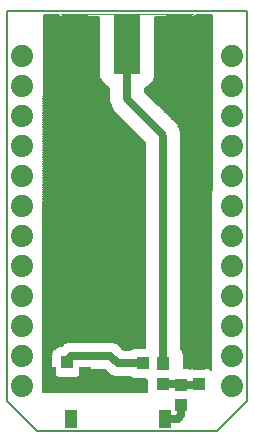
<source format=gtl>
G75*
G70*
%OFA0B0*%
%FSLAX24Y24*%
%IPPOS*%
%LPD*%
%AMOC8*
5,1,8,0,0,1.08239X$1,22.5*
%
%ADD10C,0.0080*%
%ADD11C,0.0740*%
%ADD12R,0.0394X0.0433*%
%ADD13R,0.0413X0.0866*%
%ADD14R,0.0394X0.0413*%
%ADD15R,0.0433X0.0394*%
%ADD16R,0.0394X0.0591*%
%ADD17C,0.0000*%
%ADD18R,0.0900X0.2000*%
%ADD19C,0.0278*%
%ADD20C,0.0060*%
%ADD21C,0.0250*%
D10*
X000987Y001333D02*
X001987Y000333D01*
X007987Y000333D01*
X008987Y001333D01*
X008987Y014333D01*
X000987Y014333D01*
X000987Y001333D01*
D11*
X001487Y001833D03*
X001487Y002833D03*
X001487Y003833D03*
X001487Y004833D03*
X001487Y005833D03*
X001487Y006833D03*
X001487Y007833D03*
X001487Y008833D03*
X001487Y009833D03*
X001487Y010833D03*
X001487Y011833D03*
X001487Y012833D03*
X008487Y012833D03*
X008487Y011833D03*
X008487Y010833D03*
X008487Y009833D03*
X008487Y008833D03*
X008487Y007833D03*
X008487Y006833D03*
X008487Y005833D03*
X008487Y004833D03*
X008487Y003833D03*
X008487Y002833D03*
X008487Y001833D03*
D12*
X007387Y001898D03*
X007387Y002568D03*
X006787Y001888D03*
X006787Y001218D03*
X006187Y001898D03*
X006187Y002568D03*
D13*
X003567Y002033D03*
X002406Y002033D03*
D14*
X002987Y002634D03*
D15*
X005512Y002593D03*
X006181Y002593D03*
D16*
X006261Y000733D03*
X003112Y000733D03*
D17*
X002787Y014243D02*
X007187Y014243D01*
D18*
X006727Y013233D03*
X004987Y013233D03*
X003247Y013233D03*
D19*
X003987Y011833D03*
X004437Y010833D03*
X005187Y009833D03*
X005187Y008833D03*
X005187Y007833D03*
X005187Y006833D03*
X005187Y005833D03*
X005187Y004833D03*
X005187Y003833D03*
X005487Y001833D03*
X004537Y001833D03*
X003587Y001833D03*
X003817Y003633D03*
X002437Y003833D03*
X002307Y003013D03*
X002387Y001833D03*
X002437Y004833D03*
X002437Y005833D03*
X002437Y006833D03*
X002437Y007833D03*
X002437Y008833D03*
X002437Y009833D03*
X002437Y010833D03*
X002437Y011833D03*
X002437Y012833D03*
X002437Y013833D03*
X005987Y011833D03*
X006887Y010833D03*
X007087Y009833D03*
X007537Y009833D03*
X007537Y010833D03*
X007537Y011833D03*
X007537Y012833D03*
X007537Y013833D03*
X007537Y008833D03*
X007087Y008833D03*
X007087Y007833D03*
X007537Y007833D03*
X007537Y006833D03*
X007087Y006833D03*
X007087Y005833D03*
X007537Y005833D03*
X007537Y004833D03*
X007087Y004833D03*
X007087Y003833D03*
X007327Y003133D03*
X007537Y003833D03*
D20*
X007788Y003849D02*
X006792Y003849D01*
X006792Y003907D02*
X007788Y003907D01*
X007789Y003966D02*
X006792Y003966D01*
X006792Y004024D02*
X007789Y004024D01*
X007789Y004083D02*
X006792Y004083D01*
X006792Y004141D02*
X007789Y004141D01*
X007789Y004200D02*
X006792Y004200D01*
X006792Y004258D02*
X007789Y004258D01*
X007789Y004317D02*
X006792Y004317D01*
X006792Y004375D02*
X007789Y004375D01*
X007789Y004434D02*
X006792Y004434D01*
X006792Y004492D02*
X007789Y004492D01*
X007789Y004551D02*
X006792Y004551D01*
X006792Y004609D02*
X007789Y004609D01*
X007789Y004668D02*
X006792Y004668D01*
X006792Y004726D02*
X007789Y004726D01*
X007789Y004785D02*
X006792Y004785D01*
X006792Y004843D02*
X007789Y004843D01*
X007789Y004902D02*
X006792Y004902D01*
X006792Y004960D02*
X007789Y004960D01*
X007789Y005019D02*
X006792Y005019D01*
X006792Y005077D02*
X007789Y005077D01*
X007789Y005136D02*
X006792Y005136D01*
X006792Y005194D02*
X007789Y005194D01*
X007790Y005253D02*
X006792Y005253D01*
X006792Y005311D02*
X007790Y005311D01*
X007790Y005370D02*
X006792Y005370D01*
X006792Y005428D02*
X007790Y005428D01*
X007790Y005487D02*
X006792Y005487D01*
X006792Y005545D02*
X007790Y005545D01*
X007790Y005604D02*
X006792Y005604D01*
X006792Y005662D02*
X007790Y005662D01*
X007790Y005721D02*
X006792Y005721D01*
X006792Y005779D02*
X007790Y005779D01*
X007790Y005838D02*
X006792Y005838D01*
X006792Y005896D02*
X007790Y005896D01*
X007790Y005955D02*
X006792Y005955D01*
X006792Y006013D02*
X007790Y006013D01*
X007790Y006072D02*
X006792Y006072D01*
X006792Y006130D02*
X007790Y006130D01*
X007790Y006189D02*
X006792Y006189D01*
X006792Y006247D02*
X007790Y006247D01*
X007790Y006306D02*
X006792Y006306D01*
X006792Y006364D02*
X007790Y006364D01*
X007790Y006423D02*
X006792Y006423D01*
X006792Y006481D02*
X007790Y006481D01*
X007791Y006540D02*
X006792Y006540D01*
X006792Y006598D02*
X007791Y006598D01*
X007791Y006657D02*
X006792Y006657D01*
X006792Y006715D02*
X007791Y006715D01*
X007791Y006774D02*
X006792Y006774D01*
X006792Y006832D02*
X007791Y006832D01*
X007791Y006891D02*
X006792Y006891D01*
X006792Y006949D02*
X007791Y006949D01*
X007791Y007008D02*
X006792Y007008D01*
X006792Y007066D02*
X007791Y007066D01*
X007791Y007125D02*
X006792Y007125D01*
X006792Y007183D02*
X007791Y007183D01*
X007791Y007242D02*
X006792Y007242D01*
X006792Y007300D02*
X007791Y007300D01*
X007791Y007359D02*
X006792Y007359D01*
X006792Y007417D02*
X007791Y007417D01*
X007791Y007476D02*
X006792Y007476D01*
X006792Y007534D02*
X007791Y007534D01*
X007791Y007593D02*
X006792Y007593D01*
X006792Y007651D02*
X007791Y007651D01*
X007791Y007710D02*
X006792Y007710D01*
X006792Y007768D02*
X007792Y007768D01*
X007792Y007827D02*
X006792Y007827D01*
X006792Y007885D02*
X007792Y007885D01*
X007792Y007944D02*
X006792Y007944D01*
X006792Y008002D02*
X007792Y008002D01*
X007792Y008061D02*
X006792Y008061D01*
X006792Y008119D02*
X007792Y008119D01*
X007792Y008178D02*
X006792Y008178D01*
X006792Y008236D02*
X007792Y008236D01*
X007792Y008295D02*
X006792Y008295D01*
X006792Y008353D02*
X007792Y008353D01*
X007792Y008412D02*
X006792Y008412D01*
X006792Y008470D02*
X007792Y008470D01*
X007792Y008529D02*
X006792Y008529D01*
X006792Y008587D02*
X007792Y008587D01*
X007792Y008646D02*
X006792Y008646D01*
X006792Y008704D02*
X007792Y008704D01*
X007792Y008763D02*
X006792Y008763D01*
X006792Y008821D02*
X007792Y008821D01*
X007792Y008880D02*
X006792Y008880D01*
X006792Y008938D02*
X007792Y008938D01*
X007792Y008997D02*
X006792Y008997D01*
X006792Y009055D02*
X007793Y009055D01*
X007793Y009114D02*
X006792Y009114D01*
X006792Y009172D02*
X007793Y009172D01*
X007793Y009231D02*
X006792Y009231D01*
X006792Y009289D02*
X007793Y009289D01*
X007793Y009348D02*
X006792Y009348D01*
X006792Y009406D02*
X007793Y009406D01*
X007793Y009465D02*
X006792Y009465D01*
X006792Y009523D02*
X007793Y009523D01*
X007793Y009582D02*
X006792Y009582D01*
X006792Y009640D02*
X007793Y009640D01*
X007793Y009699D02*
X006792Y009699D01*
X006792Y009757D02*
X007793Y009757D01*
X007793Y009816D02*
X006792Y009816D01*
X006792Y009874D02*
X007793Y009874D01*
X007793Y009933D02*
X006792Y009933D01*
X006792Y009991D02*
X007793Y009991D01*
X007793Y010050D02*
X006792Y010050D01*
X006792Y010108D02*
X007793Y010108D01*
X007793Y010167D02*
X006792Y010167D01*
X006792Y010225D02*
X007793Y010225D01*
X007793Y010284D02*
X006787Y010284D01*
X006790Y010275D02*
X006700Y010494D01*
X006700Y010494D01*
X006663Y010582D01*
X005592Y011654D01*
X005592Y011778D01*
X005709Y011826D01*
X005844Y011961D01*
X005917Y012138D01*
X005917Y014153D01*
X007224Y014153D01*
X007274Y014203D01*
X007797Y014203D01*
X007787Y002378D01*
X007770Y002395D01*
X007649Y002445D01*
X007124Y002445D01*
X007074Y002424D01*
X007049Y002434D01*
X006878Y002434D01*
X006878Y002885D01*
X006805Y003062D01*
X006792Y003075D01*
X006792Y010272D01*
X006790Y010275D01*
X006762Y010342D02*
X007794Y010342D01*
X007794Y010401D02*
X006738Y010401D01*
X006714Y010459D02*
X007794Y010459D01*
X007794Y010518D02*
X006690Y010518D01*
X006666Y010576D02*
X007794Y010576D01*
X007794Y010635D02*
X006611Y010635D01*
X006552Y010693D02*
X007794Y010693D01*
X007794Y010752D02*
X006494Y010752D01*
X006435Y010810D02*
X007794Y010810D01*
X007794Y010869D02*
X006377Y010869D01*
X006318Y010927D02*
X007794Y010927D01*
X007794Y010986D02*
X006260Y010986D01*
X006201Y011044D02*
X007794Y011044D01*
X007794Y011103D02*
X006143Y011103D01*
X006084Y011161D02*
X007794Y011161D01*
X007794Y011220D02*
X006026Y011220D01*
X005967Y011278D02*
X007794Y011278D01*
X007794Y011337D02*
X005909Y011337D01*
X005850Y011395D02*
X007794Y011395D01*
X007794Y011454D02*
X005792Y011454D01*
X005733Y011512D02*
X007794Y011512D01*
X007795Y011571D02*
X005675Y011571D01*
X005616Y011629D02*
X007795Y011629D01*
X007795Y011688D02*
X005592Y011688D01*
X005592Y011746D02*
X007795Y011746D01*
X007795Y011805D02*
X005657Y011805D01*
X005746Y011863D02*
X007795Y011863D01*
X007795Y011922D02*
X005804Y011922D01*
X005851Y011980D02*
X007795Y011980D01*
X007795Y012039D02*
X005876Y012039D01*
X005900Y012097D02*
X007795Y012097D01*
X007795Y012156D02*
X005917Y012156D01*
X005917Y012214D02*
X007795Y012214D01*
X007795Y012273D02*
X005917Y012273D01*
X005917Y012331D02*
X007795Y012331D01*
X007795Y012390D02*
X005917Y012390D01*
X005917Y012448D02*
X007795Y012448D01*
X007795Y012507D02*
X005917Y012507D01*
X005917Y012565D02*
X007795Y012565D01*
X007795Y012624D02*
X005917Y012624D01*
X005917Y012682D02*
X007795Y012682D01*
X007795Y012741D02*
X005917Y012741D01*
X005917Y012799D02*
X007795Y012799D01*
X007796Y012858D02*
X005917Y012858D01*
X005917Y012916D02*
X007796Y012916D01*
X007796Y012975D02*
X005917Y012975D01*
X005917Y013033D02*
X007796Y013033D01*
X007796Y013092D02*
X005917Y013092D01*
X005917Y013150D02*
X007796Y013150D01*
X007796Y013209D02*
X005917Y013209D01*
X005917Y013267D02*
X007796Y013267D01*
X007796Y013326D02*
X005917Y013326D01*
X005917Y013384D02*
X007796Y013384D01*
X007796Y013443D02*
X005917Y013443D01*
X005917Y013501D02*
X007796Y013501D01*
X007796Y013560D02*
X005917Y013560D01*
X005917Y013618D02*
X007796Y013618D01*
X007796Y013677D02*
X005917Y013677D01*
X005917Y013735D02*
X007796Y013735D01*
X007796Y013794D02*
X005917Y013794D01*
X005917Y013852D02*
X007796Y013852D01*
X007796Y013911D02*
X005917Y013911D01*
X005917Y013969D02*
X007796Y013969D01*
X007796Y014028D02*
X005917Y014028D01*
X005917Y014086D02*
X007796Y014086D01*
X007797Y014145D02*
X005917Y014145D01*
X004382Y011778D02*
X004382Y011335D01*
X004474Y011112D01*
X004510Y011024D01*
X004678Y010856D01*
X004681Y010854D01*
X005582Y009952D01*
X005582Y003120D01*
X005230Y003120D01*
X005109Y003070D01*
X005087Y003048D01*
X004865Y003048D01*
X004812Y003101D01*
X004684Y003229D01*
X004517Y003298D01*
X003021Y003298D01*
X002854Y003229D01*
X002796Y003171D01*
X002724Y003171D01*
X002603Y003121D01*
X002510Y003028D01*
X002460Y002907D01*
X002460Y002362D01*
X002510Y002241D01*
X002603Y002148D01*
X002724Y002098D01*
X003249Y002098D01*
X003370Y002148D01*
X003463Y002241D01*
X003514Y002362D01*
X003514Y002388D01*
X004238Y002388D01*
X004419Y002207D01*
X004586Y002138D01*
X005087Y002138D01*
X005109Y002116D01*
X005230Y002066D01*
X005596Y002066D01*
X005660Y002002D01*
X005660Y001633D01*
X002187Y001633D01*
X002197Y014203D01*
X002699Y014203D01*
X002749Y014153D01*
X004057Y014153D01*
X004057Y012138D01*
X004130Y011961D01*
X004265Y011826D01*
X004382Y011778D01*
X004382Y011746D02*
X002195Y011746D01*
X002195Y011688D02*
X004382Y011688D01*
X004382Y011629D02*
X002195Y011629D01*
X002195Y011571D02*
X004382Y011571D01*
X004382Y011512D02*
X002194Y011512D01*
X002194Y011454D02*
X004382Y011454D01*
X004382Y011395D02*
X002194Y011395D01*
X002194Y011337D02*
X004382Y011337D01*
X004405Y011278D02*
X002194Y011278D01*
X002194Y011220D02*
X004429Y011220D01*
X004453Y011161D02*
X002194Y011161D01*
X002194Y011103D02*
X004478Y011103D01*
X004474Y011112D02*
X004474Y011112D01*
X004502Y011044D02*
X002194Y011044D01*
X002194Y010986D02*
X004549Y010986D01*
X004607Y010927D02*
X002194Y010927D01*
X002194Y010869D02*
X004666Y010869D01*
X004724Y010810D02*
X002194Y010810D01*
X002194Y010752D02*
X004783Y010752D01*
X004841Y010693D02*
X002194Y010693D01*
X002194Y010635D02*
X004900Y010635D01*
X004958Y010576D02*
X002194Y010576D01*
X002194Y010518D02*
X005017Y010518D01*
X005075Y010459D02*
X002194Y010459D01*
X002194Y010401D02*
X005134Y010401D01*
X005192Y010342D02*
X002194Y010342D01*
X002193Y010284D02*
X005251Y010284D01*
X005309Y010225D02*
X002193Y010225D01*
X002193Y010167D02*
X005368Y010167D01*
X005426Y010108D02*
X002193Y010108D01*
X002193Y010050D02*
X005485Y010050D01*
X005543Y009991D02*
X002193Y009991D01*
X002193Y009933D02*
X005582Y009933D01*
X005582Y009874D02*
X002193Y009874D01*
X002193Y009816D02*
X005582Y009816D01*
X005582Y009757D02*
X002193Y009757D01*
X002193Y009699D02*
X005582Y009699D01*
X005582Y009640D02*
X002193Y009640D01*
X002193Y009582D02*
X005582Y009582D01*
X005582Y009523D02*
X002193Y009523D01*
X002193Y009465D02*
X005582Y009465D01*
X005582Y009406D02*
X002193Y009406D01*
X002193Y009348D02*
X005582Y009348D01*
X005582Y009289D02*
X002193Y009289D01*
X002193Y009231D02*
X005582Y009231D01*
X005582Y009172D02*
X002193Y009172D01*
X002193Y009114D02*
X005582Y009114D01*
X005582Y009055D02*
X002193Y009055D01*
X002192Y008997D02*
X005582Y008997D01*
X005582Y008938D02*
X002192Y008938D01*
X002192Y008880D02*
X005582Y008880D01*
X005582Y008821D02*
X002192Y008821D01*
X002192Y008763D02*
X005582Y008763D01*
X005582Y008704D02*
X002192Y008704D01*
X002192Y008646D02*
X005582Y008646D01*
X005582Y008587D02*
X002192Y008587D01*
X002192Y008529D02*
X005582Y008529D01*
X005582Y008470D02*
X002192Y008470D01*
X002192Y008412D02*
X005582Y008412D01*
X005582Y008353D02*
X002192Y008353D01*
X002192Y008295D02*
X005582Y008295D01*
X005582Y008236D02*
X002192Y008236D01*
X002192Y008178D02*
X005582Y008178D01*
X005582Y008119D02*
X002192Y008119D01*
X002192Y008061D02*
X005582Y008061D01*
X005582Y008002D02*
X002192Y008002D01*
X002192Y007944D02*
X005582Y007944D01*
X005582Y007885D02*
X002192Y007885D01*
X002192Y007827D02*
X005582Y007827D01*
X005582Y007768D02*
X002192Y007768D01*
X002191Y007710D02*
X005582Y007710D01*
X005582Y007651D02*
X002191Y007651D01*
X002191Y007593D02*
X005582Y007593D01*
X005582Y007534D02*
X002191Y007534D01*
X002191Y007476D02*
X005582Y007476D01*
X005582Y007417D02*
X002191Y007417D01*
X002191Y007359D02*
X005582Y007359D01*
X005582Y007300D02*
X002191Y007300D01*
X002191Y007242D02*
X005582Y007242D01*
X005582Y007183D02*
X002191Y007183D01*
X002191Y007125D02*
X005582Y007125D01*
X005582Y007066D02*
X002191Y007066D01*
X002191Y007008D02*
X005582Y007008D01*
X005582Y006949D02*
X002191Y006949D01*
X002191Y006891D02*
X005582Y006891D01*
X005582Y006832D02*
X002191Y006832D01*
X002191Y006774D02*
X005582Y006774D01*
X005582Y006715D02*
X002191Y006715D01*
X002191Y006657D02*
X005582Y006657D01*
X005582Y006598D02*
X002191Y006598D01*
X002191Y006540D02*
X005582Y006540D01*
X005582Y006481D02*
X002190Y006481D01*
X002190Y006423D02*
X005582Y006423D01*
X005582Y006364D02*
X002190Y006364D01*
X002190Y006306D02*
X005582Y006306D01*
X005582Y006247D02*
X002190Y006247D01*
X002190Y006189D02*
X005582Y006189D01*
X005582Y006130D02*
X002190Y006130D01*
X002190Y006072D02*
X005582Y006072D01*
X005582Y006013D02*
X002190Y006013D01*
X002190Y005955D02*
X005582Y005955D01*
X005582Y005896D02*
X002190Y005896D01*
X002190Y005838D02*
X005582Y005838D01*
X005582Y005779D02*
X002190Y005779D01*
X002190Y005721D02*
X005582Y005721D01*
X005582Y005662D02*
X002190Y005662D01*
X002190Y005604D02*
X005582Y005604D01*
X005582Y005545D02*
X002190Y005545D01*
X002190Y005487D02*
X005582Y005487D01*
X005582Y005428D02*
X002190Y005428D01*
X002190Y005370D02*
X005582Y005370D01*
X005582Y005311D02*
X002190Y005311D01*
X002190Y005253D02*
X005582Y005253D01*
X005582Y005194D02*
X002189Y005194D01*
X002189Y005136D02*
X005582Y005136D01*
X005582Y005077D02*
X002189Y005077D01*
X002189Y005019D02*
X005582Y005019D01*
X005582Y004960D02*
X002189Y004960D01*
X002189Y004902D02*
X005582Y004902D01*
X005582Y004843D02*
X002189Y004843D01*
X002189Y004785D02*
X005582Y004785D01*
X005582Y004726D02*
X002189Y004726D01*
X002189Y004668D02*
X005582Y004668D01*
X005582Y004609D02*
X002189Y004609D01*
X002189Y004551D02*
X005582Y004551D01*
X005582Y004492D02*
X002189Y004492D01*
X002189Y004434D02*
X005582Y004434D01*
X005582Y004375D02*
X002189Y004375D01*
X002189Y004317D02*
X005582Y004317D01*
X005582Y004258D02*
X002189Y004258D01*
X002189Y004200D02*
X005582Y004200D01*
X005582Y004141D02*
X002189Y004141D01*
X002189Y004083D02*
X005582Y004083D01*
X005582Y004024D02*
X002189Y004024D01*
X002189Y003966D02*
X005582Y003966D01*
X005582Y003907D02*
X002188Y003907D01*
X002188Y003849D02*
X005582Y003849D01*
X005582Y003790D02*
X002188Y003790D01*
X002188Y003732D02*
X005582Y003732D01*
X005582Y003673D02*
X002188Y003673D01*
X002188Y003615D02*
X005582Y003615D01*
X005582Y003556D02*
X002188Y003556D01*
X002188Y003498D02*
X005582Y003498D01*
X005582Y003439D02*
X002188Y003439D01*
X002188Y003381D02*
X005582Y003381D01*
X005582Y003322D02*
X002188Y003322D01*
X002188Y003264D02*
X002938Y003264D01*
X002830Y003205D02*
X002188Y003205D01*
X002188Y003147D02*
X002665Y003147D01*
X002570Y003088D02*
X002188Y003088D01*
X002188Y003030D02*
X002512Y003030D01*
X002486Y002971D02*
X002188Y002971D01*
X002188Y002913D02*
X002462Y002913D01*
X002460Y002854D02*
X002188Y002854D01*
X002188Y002796D02*
X002460Y002796D01*
X002460Y002737D02*
X002188Y002737D01*
X002187Y002679D02*
X002460Y002679D01*
X002460Y002620D02*
X002187Y002620D01*
X002187Y002562D02*
X002460Y002562D01*
X002460Y002503D02*
X002187Y002503D01*
X002187Y002445D02*
X002460Y002445D01*
X002460Y002386D02*
X002187Y002386D01*
X002187Y002328D02*
X002474Y002328D01*
X002498Y002269D02*
X002187Y002269D01*
X002187Y002211D02*
X002540Y002211D01*
X002599Y002152D02*
X002187Y002152D01*
X002187Y002094D02*
X005164Y002094D01*
X005627Y002035D02*
X002187Y002035D01*
X002187Y001977D02*
X005660Y001977D01*
X005660Y001918D02*
X002187Y001918D01*
X002187Y001860D02*
X005660Y001860D01*
X005660Y001801D02*
X002187Y001801D01*
X002187Y001743D02*
X005660Y001743D01*
X005660Y001684D02*
X002187Y001684D01*
X003375Y002152D02*
X004552Y002152D01*
X004416Y002211D02*
X003433Y002211D01*
X003475Y002269D02*
X004357Y002269D01*
X004299Y002328D02*
X003499Y002328D01*
X003514Y002386D02*
X004240Y002386D01*
X004708Y003205D02*
X005582Y003205D01*
X005582Y003147D02*
X004767Y003147D01*
X004825Y003088D02*
X005153Y003088D01*
X005582Y003264D02*
X004600Y003264D01*
X006792Y003264D02*
X007788Y003264D01*
X007788Y003322D02*
X006792Y003322D01*
X006792Y003381D02*
X007788Y003381D01*
X007788Y003439D02*
X006792Y003439D01*
X006792Y003498D02*
X007788Y003498D01*
X007788Y003556D02*
X006792Y003556D01*
X006792Y003615D02*
X007788Y003615D01*
X007788Y003673D02*
X006792Y003673D01*
X006792Y003732D02*
X007788Y003732D01*
X007788Y003790D02*
X006792Y003790D01*
X006792Y003205D02*
X007788Y003205D01*
X007788Y003147D02*
X006792Y003147D01*
X006792Y003088D02*
X007788Y003088D01*
X007788Y003030D02*
X006818Y003030D01*
X006842Y002971D02*
X007788Y002971D01*
X007788Y002913D02*
X006867Y002913D01*
X006878Y002854D02*
X007788Y002854D01*
X007788Y002796D02*
X006878Y002796D01*
X006878Y002737D02*
X007788Y002737D01*
X007787Y002679D02*
X006878Y002679D01*
X006878Y002620D02*
X007787Y002620D01*
X007787Y002562D02*
X006878Y002562D01*
X006878Y002503D02*
X007787Y002503D01*
X007787Y002445D02*
X007650Y002445D01*
X007779Y002386D02*
X007787Y002386D01*
X007123Y002445D02*
X006878Y002445D01*
X004317Y011805D02*
X002195Y011805D01*
X002195Y011863D02*
X004228Y011863D01*
X004169Y011922D02*
X002195Y011922D01*
X002195Y011980D02*
X004122Y011980D01*
X004098Y012039D02*
X002195Y012039D01*
X002195Y012097D02*
X004073Y012097D01*
X004057Y012156D02*
X002195Y012156D01*
X002195Y012214D02*
X004057Y012214D01*
X004057Y012273D02*
X002195Y012273D01*
X002195Y012331D02*
X004057Y012331D01*
X004057Y012390D02*
X002195Y012390D01*
X002195Y012448D02*
X004057Y012448D01*
X004057Y012507D02*
X002195Y012507D01*
X002195Y012565D02*
X004057Y012565D01*
X004057Y012624D02*
X002195Y012624D01*
X002195Y012682D02*
X004057Y012682D01*
X004057Y012741D02*
X002195Y012741D01*
X002195Y012799D02*
X004057Y012799D01*
X004057Y012858D02*
X002196Y012858D01*
X002196Y012916D02*
X004057Y012916D01*
X004057Y012975D02*
X002196Y012975D01*
X002196Y013033D02*
X004057Y013033D01*
X004057Y013092D02*
X002196Y013092D01*
X002196Y013150D02*
X004057Y013150D01*
X004057Y013209D02*
X002196Y013209D01*
X002196Y013267D02*
X004057Y013267D01*
X004057Y013326D02*
X002196Y013326D01*
X002196Y013384D02*
X004057Y013384D01*
X004057Y013443D02*
X002196Y013443D01*
X002196Y013501D02*
X004057Y013501D01*
X004057Y013560D02*
X002196Y013560D01*
X002196Y013618D02*
X004057Y013618D01*
X004057Y013677D02*
X002196Y013677D01*
X002196Y013735D02*
X004057Y013735D01*
X004057Y013794D02*
X002196Y013794D01*
X002196Y013852D02*
X004057Y013852D01*
X004057Y013911D02*
X002196Y013911D01*
X002196Y013969D02*
X004057Y013969D01*
X004057Y014028D02*
X002196Y014028D01*
X002196Y014086D02*
X004057Y014086D01*
X004057Y014145D02*
X002197Y014145D01*
D21*
X004987Y013233D02*
X004987Y011455D01*
X005023Y011366D01*
X006150Y010240D01*
X006187Y010151D01*
X006187Y002568D01*
X006181Y002593D02*
X006168Y002607D01*
X006187Y001898D02*
X006776Y001898D01*
X006787Y001888D01*
X007376Y001888D01*
X007387Y001898D01*
X006787Y001218D02*
X006787Y000858D01*
X006662Y000733D01*
X006261Y000733D01*
X005512Y002593D02*
X004677Y002593D01*
X004427Y002843D01*
X003112Y002843D01*
X002987Y002718D01*
X002987Y002634D01*
M02*

</source>
